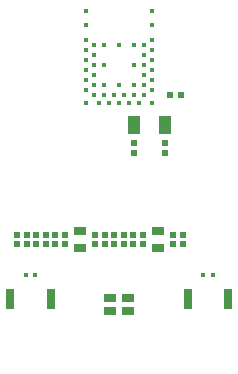
<source format=gtp>
G04*
G04 #@! TF.GenerationSoftware,Altium Limited,Altium Designer,21.6.4 (81)*
G04*
G04 Layer_Color=8421504*
%FSLAX44Y44*%
%MOMM*%
G71*
G04*
G04 #@! TF.SameCoordinates,7B4930C9-1E03-45B5-BB94-95F13246AEDE*
G04*
G04*
G04 #@! TF.FilePolarity,Positive*
G04*
G01*
G75*
%ADD14R,0.3600X0.3500*%
%ADD15R,0.8000X1.7000*%
%ADD16C,0.0100*%
%ADD17R,1.0200X0.6400*%
%ADD18R,0.4000X0.4000*%
%ADD19R,0.6200X0.6200*%
%ADD20R,0.5500X0.5200*%
%ADD21R,1.0000X1.5500*%
%ADD22R,1.0000X0.8000*%
%ADD23R,0.6200X0.6200*%
D14*
X189200Y170000D02*
D03*
X180800D02*
D03*
X39200Y170000D02*
D03*
X30800D02*
D03*
D15*
X168000Y150000D02*
D03*
X202000D02*
D03*
X18000D02*
D03*
X52000D02*
D03*
D16*
X97300Y93750D02*
D03*
Y106450D02*
D03*
X110000Y93750D02*
D03*
Y106450D02*
D03*
X122700Y93750D02*
D03*
Y106450D02*
D03*
D17*
X77000Y206850D02*
D03*
Y193150D02*
D03*
X143000D02*
D03*
Y206850D02*
D03*
D18*
X122750Y331000D02*
D03*
X97250D02*
D03*
Y365000D02*
D03*
X137750Y381500D02*
D03*
X131250Y365000D02*
D03*
Y356500D02*
D03*
Y348000D02*
D03*
X122750D02*
D03*
X110000Y331000D02*
D03*
X97250Y348000D02*
D03*
X137750Y393750D02*
D03*
Y369250D02*
D03*
Y360750D02*
D03*
Y352250D02*
D03*
Y343750D02*
D03*
X131250Y331000D02*
D03*
X137750Y316000D02*
D03*
X127000D02*
D03*
X118500D02*
D03*
X110000D02*
D03*
X101500D02*
D03*
X131250Y339500D02*
D03*
X137750Y335250D02*
D03*
Y326750D02*
D03*
X131250Y322500D02*
D03*
X122750D02*
D03*
X114250D02*
D03*
X105750D02*
D03*
X97250D02*
D03*
X93000Y316000D02*
D03*
X82250Y393750D02*
D03*
Y381500D02*
D03*
Y369250D02*
D03*
Y360750D02*
D03*
Y352250D02*
D03*
Y343750D02*
D03*
Y335250D02*
D03*
Y326750D02*
D03*
Y316000D02*
D03*
X88750Y365000D02*
D03*
Y356500D02*
D03*
Y348000D02*
D03*
Y339500D02*
D03*
Y331000D02*
D03*
Y322500D02*
D03*
X122750Y365000D02*
D03*
X110000D02*
D03*
D19*
X153500Y322250D02*
D03*
X162500D02*
D03*
D20*
X40000Y196000D02*
D03*
Y204000D02*
D03*
X32000D02*
D03*
Y196000D02*
D03*
X24000Y204000D02*
D03*
Y196000D02*
D03*
X130000D02*
D03*
Y204000D02*
D03*
X122000Y196000D02*
D03*
Y204000D02*
D03*
X156000Y196000D02*
D03*
Y204000D02*
D03*
X114000Y196000D02*
D03*
Y204000D02*
D03*
X106000Y196000D02*
D03*
Y204000D02*
D03*
X164000Y196000D02*
D03*
Y204000D02*
D03*
X64000D02*
D03*
Y196000D02*
D03*
X90000Y204000D02*
D03*
Y196000D02*
D03*
X56000D02*
D03*
Y204000D02*
D03*
X48000Y196000D02*
D03*
Y204000D02*
D03*
X98000Y196000D02*
D03*
Y204000D02*
D03*
D21*
X148750Y296750D02*
D03*
X122750D02*
D03*
D22*
X102500Y150500D02*
D03*
X117500D02*
D03*
Y139500D02*
D03*
X102500D02*
D03*
D23*
X122750Y282000D02*
D03*
Y273000D02*
D03*
X148750Y282000D02*
D03*
Y273000D02*
D03*
M02*

</source>
